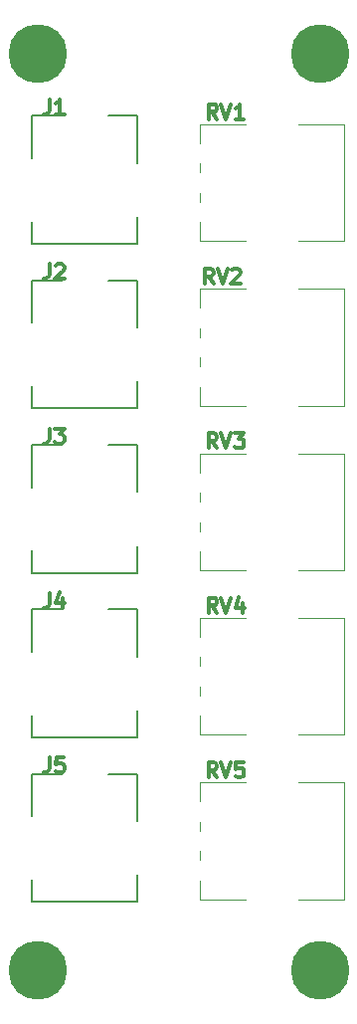
<source format=gbr>
%TF.GenerationSoftware,KiCad,Pcbnew,(6.0.1)*%
%TF.CreationDate,2022-09-28T06:53:29-04:00*%
%TF.ProjectId,SYNTH-PANEL5-01,53594e54-482d-4504-914e-454c352d3031,1*%
%TF.SameCoordinates,Original*%
%TF.FileFunction,Legend,Top*%
%TF.FilePolarity,Positive*%
%FSLAX46Y46*%
G04 Gerber Fmt 4.6, Leading zero omitted, Abs format (unit mm)*
G04 Created by KiCad (PCBNEW (6.0.1)) date 2022-09-28 06:53:29*
%MOMM*%
%LPD*%
G01*
G04 APERTURE LIST*
%ADD10C,0.317500*%
%ADD11C,0.120000*%
%ADD12C,0.200000*%
%ADD13C,5.000000*%
G04 APERTURE END LIST*
D10*
%TO.C,RV5*%
X18244047Y-64574523D02*
X17820714Y-63969761D01*
X17518333Y-64574523D02*
X17518333Y-63304523D01*
X18002142Y-63304523D01*
X18123095Y-63365000D01*
X18183571Y-63425476D01*
X18244047Y-63546428D01*
X18244047Y-63727857D01*
X18183571Y-63848809D01*
X18123095Y-63909285D01*
X18002142Y-63969761D01*
X17518333Y-63969761D01*
X18606904Y-63304523D02*
X19030238Y-64574523D01*
X19453571Y-63304523D01*
X20481666Y-63304523D02*
X19876904Y-63304523D01*
X19816428Y-63909285D01*
X19876904Y-63848809D01*
X19997857Y-63788333D01*
X20300238Y-63788333D01*
X20421190Y-63848809D01*
X20481666Y-63909285D01*
X20542142Y-64030238D01*
X20542142Y-64332619D01*
X20481666Y-64453571D01*
X20421190Y-64514047D01*
X20300238Y-64574523D01*
X19997857Y-64574523D01*
X19876904Y-64514047D01*
X19816428Y-64453571D01*
%TO.C,RV1*%
X18244047Y-8574523D02*
X17820714Y-7969761D01*
X17518333Y-8574523D02*
X17518333Y-7304523D01*
X18002142Y-7304523D01*
X18123095Y-7365000D01*
X18183571Y-7425476D01*
X18244047Y-7546428D01*
X18244047Y-7727857D01*
X18183571Y-7848809D01*
X18123095Y-7909285D01*
X18002142Y-7969761D01*
X17518333Y-7969761D01*
X18606904Y-7304523D02*
X19030238Y-8574523D01*
X19453571Y-7304523D01*
X20542142Y-8574523D02*
X19816428Y-8574523D01*
X20179285Y-8574523D02*
X20179285Y-7304523D01*
X20058333Y-7485952D01*
X19937380Y-7606904D01*
X19816428Y-7667380D01*
%TO.C,RV3*%
X18244047Y-36574523D02*
X17820714Y-35969761D01*
X17518333Y-36574523D02*
X17518333Y-35304523D01*
X18002142Y-35304523D01*
X18123095Y-35365000D01*
X18183571Y-35425476D01*
X18244047Y-35546428D01*
X18244047Y-35727857D01*
X18183571Y-35848809D01*
X18123095Y-35909285D01*
X18002142Y-35969761D01*
X17518333Y-35969761D01*
X18606904Y-35304523D02*
X19030238Y-36574523D01*
X19453571Y-35304523D01*
X19755952Y-35304523D02*
X20542142Y-35304523D01*
X20118809Y-35788333D01*
X20300238Y-35788333D01*
X20421190Y-35848809D01*
X20481666Y-35909285D01*
X20542142Y-36030238D01*
X20542142Y-36332619D01*
X20481666Y-36453571D01*
X20421190Y-36514047D01*
X20300238Y-36574523D01*
X19937380Y-36574523D01*
X19816428Y-36514047D01*
X19755952Y-36453571D01*
%TO.C,J5*%
X3976666Y-62904523D02*
X3976666Y-63811666D01*
X3916190Y-63993095D01*
X3795238Y-64114047D01*
X3613809Y-64174523D01*
X3492857Y-64174523D01*
X5186190Y-62904523D02*
X4581428Y-62904523D01*
X4520952Y-63509285D01*
X4581428Y-63448809D01*
X4702380Y-63388333D01*
X5004761Y-63388333D01*
X5125714Y-63448809D01*
X5186190Y-63509285D01*
X5246666Y-63630238D01*
X5246666Y-63932619D01*
X5186190Y-64053571D01*
X5125714Y-64114047D01*
X5004761Y-64174523D01*
X4702380Y-64174523D01*
X4581428Y-64114047D01*
X4520952Y-64053571D01*
%TO.C,J2*%
X3976666Y-20904523D02*
X3976666Y-21811666D01*
X3916190Y-21993095D01*
X3795238Y-22114047D01*
X3613809Y-22174523D01*
X3492857Y-22174523D01*
X4520952Y-21025476D02*
X4581428Y-20965000D01*
X4702380Y-20904523D01*
X5004761Y-20904523D01*
X5125714Y-20965000D01*
X5186190Y-21025476D01*
X5246666Y-21146428D01*
X5246666Y-21267380D01*
X5186190Y-21448809D01*
X4460476Y-22174523D01*
X5246666Y-22174523D01*
%TO.C,J1*%
X3976666Y-6904523D02*
X3976666Y-7811666D01*
X3916190Y-7993095D01*
X3795238Y-8114047D01*
X3613809Y-8174523D01*
X3492857Y-8174523D01*
X5246666Y-8174523D02*
X4520952Y-8174523D01*
X4883809Y-8174523D02*
X4883809Y-6904523D01*
X4762857Y-7085952D01*
X4641904Y-7206904D01*
X4520952Y-7267380D01*
%TO.C,J4*%
X3976666Y-48904523D02*
X3976666Y-49811666D01*
X3916190Y-49993095D01*
X3795238Y-50114047D01*
X3613809Y-50174523D01*
X3492857Y-50174523D01*
X5125714Y-49327857D02*
X5125714Y-50174523D01*
X4823333Y-48844047D02*
X4520952Y-49751190D01*
X5307142Y-49751190D01*
%TO.C,RV2*%
X17942048Y-22574523D02*
X17518715Y-21969761D01*
X17216334Y-22574523D02*
X17216334Y-21304523D01*
X17700143Y-21304523D01*
X17821096Y-21365000D01*
X17881572Y-21425476D01*
X17942048Y-21546428D01*
X17942048Y-21727857D01*
X17881572Y-21848809D01*
X17821096Y-21909285D01*
X17700143Y-21969761D01*
X17216334Y-21969761D01*
X18304905Y-21304523D02*
X18728239Y-22574523D01*
X19151572Y-21304523D01*
X19514429Y-21425476D02*
X19574905Y-21365000D01*
X19695858Y-21304523D01*
X19998239Y-21304523D01*
X20119191Y-21365000D01*
X20179667Y-21425476D01*
X20240143Y-21546428D01*
X20240143Y-21667380D01*
X20179667Y-21848809D01*
X19453953Y-22574523D01*
X20240143Y-22574523D01*
%TO.C,RV4*%
X18244047Y-50574523D02*
X17820714Y-49969761D01*
X17518333Y-50574523D02*
X17518333Y-49304523D01*
X18002142Y-49304523D01*
X18123095Y-49365000D01*
X18183571Y-49425476D01*
X18244047Y-49546428D01*
X18244047Y-49727857D01*
X18183571Y-49848809D01*
X18123095Y-49909285D01*
X18002142Y-49969761D01*
X17518333Y-49969761D01*
X18606904Y-49304523D02*
X19030238Y-50574523D01*
X19453571Y-49304523D01*
X20421190Y-49727857D02*
X20421190Y-50574523D01*
X20118809Y-49244047D02*
X19816428Y-50151190D01*
X20602619Y-50151190D01*
%TO.C,J3*%
X3976666Y-34904523D02*
X3976666Y-35811666D01*
X3916190Y-35993095D01*
X3795238Y-36114047D01*
X3613809Y-36174523D01*
X3492857Y-36174523D01*
X4460476Y-34904523D02*
X5246666Y-34904523D01*
X4823333Y-35388333D01*
X5004761Y-35388333D01*
X5125714Y-35448809D01*
X5186190Y-35509285D01*
X5246666Y-35630238D01*
X5246666Y-35932619D01*
X5186190Y-36053571D01*
X5125714Y-36114047D01*
X5004761Y-36174523D01*
X4641904Y-36174523D01*
X4520952Y-36114047D01*
X4460476Y-36053571D01*
D11*
%TO.C,RV5*%
X16830000Y-65030000D02*
X20695000Y-65030000D01*
X16830000Y-73370000D02*
X16830000Y-74970000D01*
X16830000Y-68371000D02*
X16830000Y-69130000D01*
X25205000Y-74970000D02*
X29070000Y-74970000D01*
X29070000Y-65030000D02*
X29070000Y-74970000D01*
X16830000Y-65030000D02*
X16830000Y-66629000D01*
X16830000Y-70871000D02*
X16830000Y-71630000D01*
X25205000Y-65030000D02*
X29070000Y-65030000D01*
X16830000Y-74970000D02*
X20695000Y-74970000D01*
%TO.C,RV1*%
X16830000Y-18970000D02*
X20695000Y-18970000D01*
X29070000Y-9030000D02*
X29070000Y-18970000D01*
X16830000Y-9030000D02*
X16830000Y-10629000D01*
X16830000Y-14871000D02*
X16830000Y-15630000D01*
X16830000Y-12371000D02*
X16830000Y-13130000D01*
X25205000Y-18970000D02*
X29070000Y-18970000D01*
X16830000Y-9030000D02*
X20695000Y-9030000D01*
X25205000Y-9030000D02*
X29070000Y-9030000D01*
X16830000Y-17370000D02*
X16830000Y-18970000D01*
%TO.C,RV3*%
X16830000Y-45370000D02*
X16830000Y-46970000D01*
X16830000Y-42871000D02*
X16830000Y-43630000D01*
X25205000Y-46970000D02*
X29070000Y-46970000D01*
X16830000Y-37030000D02*
X20695000Y-37030000D01*
X29070000Y-37030000D02*
X29070000Y-46970000D01*
X16830000Y-37030000D02*
X16830000Y-38629000D01*
X16830000Y-40371000D02*
X16830000Y-41130000D01*
X25205000Y-37030000D02*
X29070000Y-37030000D01*
X16830000Y-46970000D02*
X20695000Y-46970000D01*
D12*
%TO.C,J5*%
X11500000Y-64300000D02*
X9000000Y-64300000D01*
X2500000Y-75200000D02*
X2500000Y-73300000D01*
X2500000Y-64300000D02*
X5000000Y-64300000D01*
X11500000Y-64300000D02*
X11500000Y-68300000D01*
X2500000Y-64300000D02*
X2500000Y-67900000D01*
X11500000Y-75200000D02*
X11500000Y-72900000D01*
X2500000Y-75200000D02*
X11500000Y-75200000D01*
%TO.C,J2*%
X11500000Y-22300000D02*
X9000000Y-22300000D01*
X2500000Y-22300000D02*
X5000000Y-22300000D01*
X2500000Y-33200000D02*
X11500000Y-33200000D01*
X11500000Y-33200000D02*
X11500000Y-30900000D01*
X11500000Y-22300000D02*
X11500000Y-26300000D01*
X2500000Y-33200000D02*
X2500000Y-31300000D01*
X2500000Y-22300000D02*
X2500000Y-25900000D01*
%TO.C,J1*%
X2500000Y-19200000D02*
X11500000Y-19200000D01*
X11500000Y-8300000D02*
X11500000Y-12300000D01*
X11500000Y-8300000D02*
X9000000Y-8300000D01*
X2500000Y-8300000D02*
X5000000Y-8300000D01*
X2500000Y-19200000D02*
X2500000Y-17300000D01*
X2500000Y-8300000D02*
X2500000Y-11900000D01*
X11500000Y-19200000D02*
X11500000Y-16900000D01*
%TO.C,J4*%
X2500000Y-61200000D02*
X11500000Y-61200000D01*
X11500000Y-61200000D02*
X11500000Y-58900000D01*
X2500000Y-61200000D02*
X2500000Y-59300000D01*
X2500000Y-50300000D02*
X5000000Y-50300000D01*
X2500000Y-50300000D02*
X2500000Y-53900000D01*
X11500000Y-50300000D02*
X11500000Y-54300000D01*
X11500000Y-50300000D02*
X9000000Y-50300000D01*
D11*
%TO.C,RV2*%
X16830000Y-32970000D02*
X20695000Y-32970000D01*
X25205000Y-23030000D02*
X29070000Y-23030000D01*
X16830000Y-31370000D02*
X16830000Y-32970000D01*
X16830000Y-23030000D02*
X20695000Y-23030000D01*
X16830000Y-26371000D02*
X16830000Y-27130000D01*
X25205000Y-32970000D02*
X29070000Y-32970000D01*
X29070000Y-23030000D02*
X29070000Y-32970000D01*
X16830000Y-23030000D02*
X16830000Y-24629000D01*
X16830000Y-28871000D02*
X16830000Y-29630000D01*
%TO.C,RV4*%
X16830000Y-54371000D02*
X16830000Y-55130000D01*
X25205000Y-51030000D02*
X29070000Y-51030000D01*
X29070000Y-51030000D02*
X29070000Y-60970000D01*
X25205000Y-60970000D02*
X29070000Y-60970000D01*
X16830000Y-56871000D02*
X16830000Y-57630000D01*
X16830000Y-51030000D02*
X16830000Y-52629000D01*
X16830000Y-59370000D02*
X16830000Y-60970000D01*
X16830000Y-51030000D02*
X20695000Y-51030000D01*
X16830000Y-60970000D02*
X20695000Y-60970000D01*
D12*
%TO.C,J3*%
X11500000Y-36300000D02*
X11500000Y-40300000D01*
X11500000Y-36300000D02*
X9000000Y-36300000D01*
X2500000Y-36300000D02*
X2500000Y-39900000D01*
X2500000Y-36300000D02*
X5000000Y-36300000D01*
X2500000Y-47200000D02*
X11500000Y-47200000D01*
X2500000Y-47200000D02*
X2500000Y-45300000D01*
X11500000Y-47200000D02*
X11500000Y-44900000D01*
%TD*%
D13*
%TO.C,MTG3*%
X3000000Y-3000000D03*
%TD*%
%TO.C,MTG2*%
X27000000Y-81000000D03*
%TD*%
%TO.C,MTG4*%
X27000000Y-3000000D03*
%TD*%
%TO.C,MTG1*%
X3000000Y-81000000D03*
%TD*%
M02*

</source>
